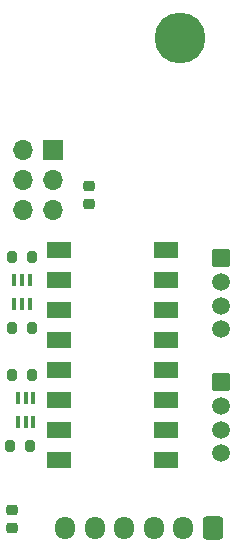
<source format=gts>
%TF.GenerationSoftware,KiCad,Pcbnew,8.0.1*%
%TF.CreationDate,2024-08-07T00:37:21+09:00*%
%TF.ProjectId,insulation_board,696e7375-6c61-4746-996f-6e5f626f6172,rev?*%
%TF.SameCoordinates,Original*%
%TF.FileFunction,Soldermask,Top*%
%TF.FilePolarity,Negative*%
%FSLAX46Y46*%
G04 Gerber Fmt 4.6, Leading zero omitted, Abs format (unit mm)*
G04 Created by KiCad (PCBNEW 8.0.1) date 2024-08-07 00:37:21*
%MOMM*%
%LPD*%
G01*
G04 APERTURE LIST*
G04 Aperture macros list*
%AMRoundRect*
0 Rectangle with rounded corners*
0 $1 Rounding radius*
0 $2 $3 $4 $5 $6 $7 $8 $9 X,Y pos of 4 corners*
0 Add a 4 corners polygon primitive as box body*
4,1,4,$2,$3,$4,$5,$6,$7,$8,$9,$2,$3,0*
0 Add four circle primitives for the rounded corners*
1,1,$1+$1,$2,$3*
1,1,$1+$1,$4,$5*
1,1,$1+$1,$6,$7*
1,1,$1+$1,$8,$9*
0 Add four rect primitives between the rounded corners*
20,1,$1+$1,$2,$3,$4,$5,0*
20,1,$1+$1,$4,$5,$6,$7,0*
20,1,$1+$1,$6,$7,$8,$9,0*
20,1,$1+$1,$8,$9,$2,$3,0*%
G04 Aperture macros list end*
%ADD10R,0.450000X1.100000*%
%ADD11C,4.300000*%
%ADD12RoundRect,0.102000X-0.654000X0.654000X-0.654000X-0.654000X0.654000X-0.654000X0.654000X0.654000X0*%
%ADD13C,1.512000*%
%ADD14RoundRect,0.200000X0.200000X0.275000X-0.200000X0.275000X-0.200000X-0.275000X0.200000X-0.275000X0*%
%ADD15RoundRect,0.225000X0.250000X-0.225000X0.250000X0.225000X-0.250000X0.225000X-0.250000X-0.225000X0*%
%ADD16R,2.100000X1.450000*%
%ADD17RoundRect,0.250000X0.600000X0.725000X-0.600000X0.725000X-0.600000X-0.725000X0.600000X-0.725000X0*%
%ADD18O,1.700000X1.950000*%
%ADD19RoundRect,0.225000X-0.250000X0.225000X-0.250000X-0.225000X0.250000X-0.225000X0.250000X0.225000X0*%
%ADD20O,1.700000X1.700000*%
%ADD21R,1.700000X1.700000*%
G04 APERTURE END LIST*
D10*
%TO.C,Q2*%
X165800000Y-66500000D03*
X165150000Y-66500000D03*
X164500000Y-66500000D03*
X164500000Y-68500000D03*
X165150000Y-68500000D03*
X165800000Y-68500000D03*
%TD*%
D11*
%TO.C,H1*%
X178250000Y-36000000D03*
%TD*%
D12*
%TO.C,J4*%
X181650000Y-54650000D03*
D13*
X181650000Y-56650000D03*
X181650000Y-58650000D03*
X181650000Y-60650000D03*
%TD*%
D14*
%TO.C,R9*%
X165650000Y-54500000D03*
X164000000Y-54500000D03*
%TD*%
D15*
%TO.C,C1*%
X170500000Y-50050000D03*
X170500000Y-48500000D03*
%TD*%
D10*
%TO.C,Q1*%
X165500000Y-56500000D03*
X164850000Y-56500000D03*
X164200000Y-56500000D03*
X164200000Y-58500000D03*
X164850000Y-58500000D03*
X165500000Y-58500000D03*
%TD*%
D16*
%TO.C,IC1*%
X167950000Y-53920000D03*
X167950000Y-56460000D03*
X167950000Y-59000000D03*
X167950000Y-61540000D03*
X167950000Y-64080000D03*
X167950000Y-66620000D03*
X167950000Y-69160000D03*
X167950000Y-71700000D03*
X177050000Y-71700000D03*
X177050000Y-69160000D03*
X177050000Y-66620000D03*
X177050000Y-64080000D03*
X177050000Y-61540000D03*
X177050000Y-59000000D03*
X177050000Y-56460000D03*
X177050000Y-53920000D03*
%TD*%
D14*
%TO.C,R15*%
X165500000Y-70500000D03*
X163850000Y-70500000D03*
%TD*%
D17*
%TO.C,J1*%
X181000000Y-77500000D03*
D18*
X178500000Y-77500000D03*
X176000000Y-77500000D03*
X173500000Y-77500000D03*
X171000000Y-77500000D03*
X168500000Y-77500000D03*
%TD*%
D19*
%TO.C,C2*%
X164000000Y-75950000D03*
X164000000Y-77500000D03*
%TD*%
D14*
%TO.C,R14*%
X165650000Y-64500000D03*
X164000000Y-64500000D03*
%TD*%
%TO.C,R12*%
X165650000Y-60500000D03*
X164000000Y-60500000D03*
%TD*%
D12*
%TO.C,J2*%
X181650000Y-65150000D03*
D13*
X181650000Y-67150000D03*
X181650000Y-69150000D03*
X181650000Y-71150000D03*
%TD*%
D20*
%TO.C,J3*%
X164960000Y-50580000D03*
X167500000Y-50580000D03*
X164960000Y-48040000D03*
X167500000Y-48040000D03*
X164960000Y-45500000D03*
D21*
X167500000Y-45500000D03*
%TD*%
M02*

</source>
